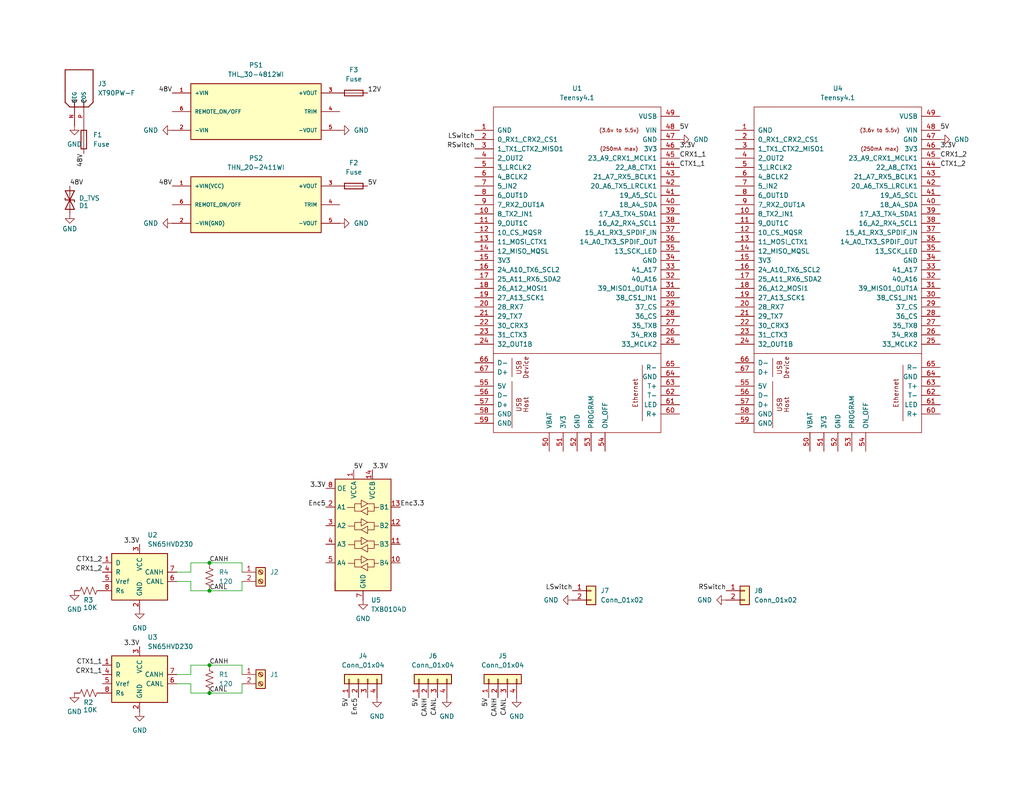
<source format=kicad_sch>
(kicad_sch (version 20250114) (generator "eeschema") (generator_version "9.0")
  (paper "USLetter")
  (title_block (title "AVPCB"))
  (lib_symbols
    (symbol "Connector:Screw_Terminal_01x02" (pin_names (offset 1.016) (hide yes))
      (property "Reference" "J" (at 0 2.54 0))
      (property "Value" "Screw_Terminal_01x02" (at 0 -5.08 0))
      (symbol "Screw_Terminal_01x02_1_1"
        (rectangle (start -1.27 1.27) (end 1.27 -3.81) (stroke (width 0.254)) (fill (type background)))
        (polyline (pts (xy -0.5334 0.3302) (xy 0.3302 -0.508)) (stroke (width 0.1524)))
        (polyline (pts (xy -0.5334 -2.2098) (xy 0.3302 -3.048)) (stroke (width 0.1524)))
        (polyline (pts (xy -0.3556 0.508) (xy 0.508 -0.3302)) (stroke (width 0.1524)))
        (polyline (pts (xy -0.3556 -2.032) (xy 0.508 -2.8702)) (stroke (width 0.1524)))
        (circle (center 0 0) (radius 0.635) (stroke (width 0.1524)))
        (circle (center 0 -2.54) (radius 0.635) (stroke (width 0.1524)))
        (pin passive line (at -5.08 0 0) (length 3.81) (name "Pin_1") (number "1"))
        (pin passive line (at -5.08 -2.54 0) (length 3.81) (name "Pin_2") (number "2"))
      )
    )
    (symbol "Connector_Generic:Conn_01x02" (pin_names (offset 1.016) (hide yes))
      (property "Reference" "J" (at 0 2.54 0))
      (property "Value" "Conn_01x02" (at 0 -5.08 0))
      (symbol "Conn_01x02_1_1"
        (rectangle (start -1.27 1.27) (end 1.27 -3.81) (stroke (width 0.254)) (fill (type background)))
        (rectangle (start -1.27 0.127) (end 0 -0.127) (stroke (width 0.1524)))
        (rectangle (start -1.27 -2.413) (end 0 -2.667) (stroke (width 0.1524)))
        (pin passive line (at -5.08 0 0) (length 3.81) (name "Pin_1") (number "1"))
        (pin passive line (at -5.08 -2.54 0) (length 3.81) (name "Pin_2") (number "2"))
      )
    )
    (symbol "Connector_Generic:Conn_01x04" (pin_names (offset 1.016) (hide yes))
      (property "Reference" "J" (at 0 5.08 0))
      (property "Value" "Conn_01x04" (at 0 -7.62 0))
      (symbol "Conn_01x04_1_1"
        (rectangle (start -1.27 3.81) (end 1.27 -6.35) (stroke (width 0.254)) (fill (type background)))
        (rectangle (start -1.27 2.667) (end 0 2.413) (stroke (width 0.1524)))
        (rectangle (start -1.27 0.127) (end 0 -0.127) (stroke (width 0.1524)))
        (rectangle (start -1.27 -2.413) (end 0 -2.667) (stroke (width 0.1524)))
        (rectangle (start -1.27 -4.953) (end 0 -5.207) (stroke (width 0.1524)))
        (pin passive line (at -5.08 2.54 0) (length 3.81) (name "Pin_1") (number "1"))
        (pin passive line (at -5.08 0 0) (length 3.81) (name "Pin_2") (number "2"))
        (pin passive line (at -5.08 -2.54 0) (length 3.81) (name "Pin_3") (number "3"))
        (pin passive line (at -5.08 -5.08 0) (length 3.81) (name "Pin_4") (number "4"))
      )
    )
    (symbol "Device:D_TVS" (pin_numbers (hide yes)) (pin_names (offset 1.016) (hide yes))
      (property "Reference" "D" (at 0 2.54 0))
      (property "Value" "D_TVS" (at 0 -2.54 0))
      (symbol "D_TVS_0_1"
        (polyline (pts (xy -2.54 1.27) (xy -2.54 -1.27) (xy 2.54 1.27) (xy 2.54 -1.27) (xy -2.54 1.27)) (stroke (width 0.254)))
        (polyline (pts (xy 0.508 1.27) (xy 0 1.27) (xy 0 -1.27) (xy -0.508 -1.27)) (stroke (width 0.254)))
        (polyline (pts (xy 1.27 0) (xy -1.27 0)))
      )
      (symbol "D_TVS_1_1"
        (pin passive line (at -3.81 0 0) (length 2.54) (name "A1") (number "1"))
        (pin passive line (at 3.81 0 180) (length 2.54) (name "A2") (number "2"))
      )
    )
    (symbol "Device:Fuse" (pin_numbers (hide yes)) (pin_names (offset 0))
      (property "Reference" "F" (at 2.032 0 90))
      (property "Value" "Fuse" (at -1.905 0 90))
      (symbol "Fuse_0_1"
        (rectangle (start -0.762 -2.54) (end 0.762 2.54) (stroke (width 0.254)))
        (polyline (pts (xy 0 2.54) (xy 0 -2.54)))
      )
      (symbol "Fuse_1_1"
        (pin passive line (at 0 3.81 270) (length 1.27) (name "~") (number "1"))
        (pin passive line (at 0 -3.81 90) (length 1.27) (name "~") (number "2"))
      )
    )
    (symbol "Device:R_US" (pin_numbers (hide yes)) (pin_names (offset 0))
      (property "Reference" "R" (at 2.54 0 90))
      (property "Value" "R_US" (at -2.54 0 90))
      (symbol "R_US_0_1"
        (polyline (pts (xy 0 2.286) (xy 0 2.54)))
        (polyline (pts (xy 0 2.286) (xy 1.016 1.905) (xy 0 1.524) (xy -1.016 1.143) (xy 0 0.762)))
        (polyline (pts (xy 0 0.762) (xy 1.016 0.381) (xy 0 0) (xy -1.016 -0.381) (xy 0 -0.762)))
        (polyline (pts (xy 0 -0.762) (xy 1.016 -1.143) (xy 0 -1.524) (xy -1.016 -1.905) (xy 0 -2.286)))
        (polyline (pts (xy 0 -2.286) (xy 0 -2.54)))
      )
      (symbol "R_US_1_1"
        (pin passive line (at 0 3.81 270) (length 1.27) (name "~") (number "1"))
        (pin passive line (at 0 -3.81 90) (length 1.27) (name "~") (number "2"))
      )
    )
    (symbol "Interface_CAN_LIN:SN65HVD230" (pin_names (offset 1.016))
      (property "Reference" "U" (at -2.54 10.16 0))
      (property "Value" "SN65HVD230" (at -2.54 7.62 0))
      (symbol "SN65HVD230_0_1"
        (rectangle (start -7.62 5.08) (end 7.62 -7.62) (stroke (width 0.254)) (fill (type background)))
      )
      (symbol "SN65HVD230_1_1"
        (pin input line (at -10.16 2.54 0) (length 2.54) (name "D") (number "1"))
        (pin output line (at -10.16 0 0) (length 2.54) (name "R") (number "4"))
        (pin output line (at -10.16 -2.54 0) (length 2.54) (name "Vref") (number "5"))
        (pin input line (at -10.16 -5.08 0) (length 2.54) (name "Rs") (number "8"))
        (pin power_in line (at 0 7.62 270) (length 2.54) (name "VCC") (number "3"))
        (pin power_in line (at 0 -10.16 90) (length 2.54) (name "GND") (number "2"))
        (pin bidirectional line (at 10.16 0 180) (length 2.54) (name "CANH") (number "7"))
        (pin bidirectional line (at 10.16 -2.54 180) (length 2.54) (name "CANL") (number "6"))
      )
    )
    (symbol "Logic_LevelTranslator:TXB0104D"
      (property "Reference" "U" (at -6.35 16.51 0))
      (property "Value" "TXB0104D" (at 3.81 16.51 0))
      (symbol "TXB0104D_0_1"
        (rectangle (start -7.62 15.24) (end 7.62 -15.24) (stroke (width 0.254)) (fill (type background)))
        (rectangle (start -7.62 -15.24) (end -7.62 -12.7) (stroke (width 0.254)))
        (polyline (pts (xy -2.286 7.493) (xy -2.286 8.509) (xy -0.508 8.509)))
        (polyline (pts (xy -2.286 2.413) (xy -2.286 3.429) (xy -0.508 3.429)))
        (polyline (pts (xy -2.286 -2.667) (xy -2.286 -1.651) (xy -0.508 -1.651)))
        (polyline (pts (xy -2.286 -7.747) (xy -2.286 -6.731) (xy -0.508 -6.731)))
        (polyline (pts (xy -0.508 6.477) (xy -2.286 6.477) (xy -2.286 7.493) (xy -4.318 7.493)))
        (polyline (pts (xy -0.508 6.477) (xy 1.27 7.493) (xy 1.27 5.461) (xy -0.508 6.477)))
        (polyline (pts (xy -0.508 1.397) (xy -2.286 1.397) (xy -2.286 2.413) (xy -4.064 2.413)))
        (polyline (pts (xy -0.508 1.397) (xy 1.27 2.413) (xy 1.27 0.381) (xy -0.508 1.397)))
        (polyline (pts (xy -0.508 -3.683) (xy -2.286 -3.683) (xy -2.286 -2.667) (xy -4.064 -2.667)))
        (polyline (pts (xy -0.508 -3.683) (xy 1.27 -2.667) (xy 1.27 -4.699) (xy -0.508 -3.683)))
        (polyline (pts (xy -0.508 -8.763) (xy -2.286 -8.763) (xy -2.286 -7.747) (xy -4.064 -7.747)))
        (polyline (pts (xy -0.508 -8.763) (xy 1.27 -7.747) (xy 1.27 -9.779) (xy -0.508 -8.763)))
        (polyline (pts (xy 1.27 8.509) (xy -0.508 7.493) (xy -0.508 9.525) (xy 1.27 8.509)))
        (polyline (pts (xy 1.27 8.509) (xy 3.048 8.509) (xy 3.048 7.493) (xy 4.318 7.493)))
        (polyline (pts (xy 1.27 3.429) (xy -0.508 2.413) (xy -0.508 4.445) (xy 1.27 3.429)))
        (polyline (pts (xy 1.27 3.429) (xy 3.048 3.429) (xy 3.048 2.413) (xy 4.318 2.413)))
        (polyline (pts (xy 1.27 -1.651) (xy -0.508 -2.667) (xy -0.508 -0.635) (xy 1.27 -1.651)))
        (polyline (pts (xy 1.27 -1.651) (xy 3.048 -1.651) (xy 3.048 -2.667) (xy 4.318 -2.667)))
        (polyline (pts (xy 1.27 -6.731) (xy -0.508 -7.747) (xy -0.508 -5.715) (xy 1.27 -6.731)))
        (polyline (pts (xy 1.27 -6.731) (xy 3.048 -6.731) (xy 3.048 -7.747) (xy 4.318 -7.747)))
        (polyline (pts (xy 3.048 7.493) (xy 3.048 6.477) (xy 1.27 6.477)))
        (polyline (pts (xy 3.048 2.413) (xy 3.048 1.397) (xy 1.27 1.397)))
        (polyline (pts (xy 3.048 -2.667) (xy 3.048 -3.683) (xy 1.27 -3.683)))
        (polyline (pts (xy 3.048 -7.747) (xy 3.048 -8.763) (xy 1.27 -8.763)))
      )
      (symbol "TXB0104D_1_1"
        (pin input line (at -10.16 12.7 0) (length 2.54) (name "OE") (number "8"))
        (pin bidirectional line (at -10.16 7.62 0) (length 2.54) (name "A1") (number "2"))
        (pin bidirectional line (at -10.16 2.54 0) (length 2.54) (name "A2") (number "3"))
        (pin bidirectional line (at -10.16 -2.54 0) (length 2.54) (name "A3") (number "4"))
        (pin bidirectional line (at -10.16 -7.62 0) (length 2.54) (name "A4") (number "5"))
        (pin no_connect line (at -7.62 -12.7 0) (length 2.54) (hide yes) (name "NC") (number "6"))
        (pin power_in line (at -2.54 17.78 270) (length 2.54) (name "VCCA") (number "1"))
        (pin power_in line (at 0 -17.78 90) (length 2.54) (name "GND") (number "7"))
        (pin power_in line (at 2.54 17.78 270) (length 2.54) (name "VCCB") (number "14"))
        (pin no_connect line (at 7.62 -12.7 180) (length 2.54) (hide yes) (name "NC") (number "9"))
        (pin bidirectional line (at 10.16 7.62 180) (length 2.54) (name "B1") (number "13"))
        (pin bidirectional line (at 10.16 2.54 180) (length 2.54) (name "B2") (number "12"))
        (pin bidirectional line (at 10.16 -2.54 180) (length 2.54) (name "B3") (number "11"))
        (pin bidirectional line (at 10.16 -7.62 180) (length 2.54) (name "B4") (number "10"))
      )
    )
    (symbol "THL_30-4812WI:THL_30-4812WI" (pin_names (offset 1.016))
      (property "Reference" "PS" (at -17.78 8.382 0))
      (property "Value" "THL_30-4812WI" (at -17.78 -10.16 0))
      (symbol "THL_30-4812WI_0_0"
        (rectangle (start -17.78 -7.62) (end 17.78 7.62) (stroke (width 0.254)) (fill (type background)))
        (pin input line (at -22.86 5.08 0) (length 5.08) (name "+VIN") (number "1"))
        (pin input line (at -22.86 0 0) (length 5.08) (name "REMOTE_ON/OFF") (number "6"))
        (pin input line (at -22.86 -5.08 0) (length 5.08) (name "-VIN") (number "2"))
        (pin output line (at 22.86 5.08 180) (length 5.08) (name "+VOUT") (number "3"))
        (pin passive line (at 22.86 0 180) (length 5.08) (name "TRIM") (number "4"))
        (pin output line (at 22.86 -5.08 180) (length 5.08) (name "-VOUT") (number "5"))
      )
    )
    (symbol "THN_20-2411WI:THN_20-2411WI" (pin_names (offset 1.016))
      (property "Reference" "PS" (at -17.78 8.382 0))
      (property "Value" "THN_20-2411WI" (at -17.78 -10.16 0))
      (symbol "THN_20-2411WI_0_0"
        (rectangle (start -17.78 -7.62) (end 17.78 7.62) (stroke (width 0.254)) (fill (type background)))
        (pin input line (at -22.86 5.08 0) (length 5.08) (name "+VIN(VCC)") (number "1"))
        (pin input line (at -22.86 0 0) (length 5.08) (name "REMOTE_ON/OFF") (number "6"))
        (pin input line (at -22.86 -5.08 0) (length 5.08) (name "-VIN(GND)") (number "2"))
        (pin output line (at 22.86 5.08 180) (length 5.08) (name "+VOUT") (number "3"))
        (pin passive line (at 22.86 0 180) (length 5.08) (name "TRIM") (number "4"))
        (pin output line (at 22.86 -5.08 180) (length 5.08) (name "-VOUT") (number "5"))
      )
    )
    (symbol "XT90PW-F:XT90PW-F" (pin_names (offset 1.016))
      (property "Reference" "J" (at -10.16 3.81 0))
      (property "Value" "XT90PW-F" (at -10.16 -7.62 0))
      (symbol "XT90PW-F_0_0"
        (polyline (pts (xy -10.16 2.54) (xy -1.27 2.54)) (stroke (width 0.254)))
        (polyline (pts (xy -10.16 -5.08) (xy -10.16 2.54)) (stroke (width 0.254)))
        (arc (start -1.905 0.635) (mid -1.2727 0) (end -1.905 -0.635) (stroke (width 0.254)))
        (arc (start -1.905 -1.905) (mid -1.2727 -2.54) (end -1.905 -3.175) (stroke (width 0.254)))
        (polyline (pts (xy -1.27 -5.08) (xy -10.16 -5.08)) (stroke (width 0.254)))
        (polyline (pts (xy 0 1.27) (xy -1.27 2.54)) (stroke (width 0.254)))
        (polyline (pts (xy 0 1.27) (xy 0 0)) (stroke (width 0.254)))
        (polyline (pts (xy 0 0) (xy -1.27 0)) (stroke (width 0.254)))
        (polyline (pts (xy 0 0) (xy 0 -3.81)) (stroke (width 0.254)))
        (polyline (pts (xy 0 -2.54) (xy -1.27 -2.54)) (stroke (width 0.254)))
        (polyline (pts (xy 0 -3.81) (xy -1.27 -5.08)) (stroke (width 0.254)))
        (pin passive line (at 5.08 0 180) (length 5.08) (name "POS") (number "P"))
        (pin passive line (at 5.08 -2.54 180) (length 5.08) (name "NEG") (number "N"))
      )
    )
    (symbol "power:GND" (power) (pin_numbers (hide yes)) (pin_names (offset 0) (hide yes))
      (property "Value" "GND" (at 0 -3.81 0))
      (symbol "GND_0_1"
        (polyline (pts (xy 0 0) (xy 0 -1.27) (xy 1.27 -1.27) (xy 0 -2.54) (xy -1.27 -1.27) (xy 0 -1.27)))
      )
      (symbol "GND_1_1"
        (pin power_in line (at 0 0 270) (length 0) (name "~") (number "1"))
      )
    )
    (symbol "teensy:Teensy4.1" (pin_names (offset 1.016))
      (property "Reference" "U" (at 0 64.77 0))
      (property "Value" "Teensy4.1" (at 0 62.23 0))
      (symbol "Teensy4.1_0_0"
        (polyline (pts (xy -22.86 -6.35) (xy 22.86 -6.35)))
        (polyline (pts (xy -17.78 -7.62) (xy -17.78 -12.7)))
        (polyline (pts (xy -17.78 -26.67) (xy -17.78 -13.97)))
        (polyline (pts (xy 17.78 -9.525) (xy 17.78 -24.765)))
        (text "USB" (at -15.875 -10.16 900) (effects (font (size 1.27 1.27))))
        (text "USB" (at -15.875 -20.32 900) (effects (font (size 1.27 1.27))))
        (text "Device" (at -13.97 -10.16 900) (effects (font (size 1.27 1.27))))
        (text "Host" (at -13.97 -20.32 900) (effects (font (size 1.27 1.27))))
        (text "(3.6v to 5.5v)" (at 11.43 54.61 0) (effects (font (size 1.016 1.016))))
        (text "(250mA max)" (at 11.43 49.53 0) (effects (font (size 1.016 1.016))))
        (text "Ethernet" (at 15.875 -17.145 900) (effects (font (size 1.27 1.27))))
        (pin bidirectional line (at -27.94 44.45 0) (length 5.08) (name "3_LRCLK2") (number "5"))
        (pin bidirectional line (at -27.94 41.91 0) (length 5.08) (name "4_BCLK2") (number "6"))
        (pin bidirectional line (at -27.94 39.37 0) (length 5.08) (name "5_IN2") (number "7"))
        (pin bidirectional line (at -27.94 36.83 0) (length 5.08) (name "6_OUT1D") (number "8"))
        (pin bidirectional line (at -27.94 34.29 0) (length 5.08) (name "7_RX2_OUT1A") (number "9"))
        (pin bidirectional line (at -27.94 31.75 0) (length 5.08) (name "8_TX2_IN1") (number "10"))
        (pin bidirectional line (at -27.94 29.21 0) (length 5.08) (name "9_OUT1C") (number "11"))
        (pin bidirectional line (at -27.94 26.67 0) (length 5.08) (name "10_CS_MQSR") (number "12"))
        (pin bidirectional line (at -27.94 24.13 0) (length 5.08) (name "11_MOSI_CTX1") (number "13"))
        (pin bidirectional line (at -27.94 21.59 0) (length 5.08) (name "12_MISO_MQSL") (number "14"))
        (pin power_in line (at -27.94 19.05 0) (length 5.08) (name "3V3") (number "15"))
        (pin bidirectional line (at -27.94 16.51 0) (length 5.08) (name "24_A10_TX6_SCL2") (number "16"))
        (pin bidirectional line (at -27.94 13.97 0) (length 5.08) (name "25_A11_RX6_SDA2") (number "17"))
        (pin bidirectional line (at -27.94 11.43 0) (length 5.08) (name "26_A12_MOSI1") (number "18"))
        (pin bidirectional line (at -27.94 8.89 0) (length 5.08) (name "27_A13_SCK1") (number "19"))
        (pin bidirectional line (at -27.94 6.35 0) (length 5.08) (name "28_RX7") (number "20"))
        (pin bidirectional line (at -27.94 3.81 0) (length 5.08) (name "29_TX7") (number "21"))
        (pin bidirectional line (at -27.94 1.27 0) (length 5.08) (name "30_CRX3") (number "22"))
        (pin bidirectional line (at -27.94 -1.27 0) (length 5.08) (name "31_CTX3") (number "23"))
        (pin bidirectional line (at -27.94 -3.81 0) (length 5.08) (name "32_OUT1B") (number "24"))
        (pin bidirectional line (at -27.94 -8.89 0) (length 5.08) (name "D-") (number "66"))
        (pin bidirectional line (at -27.94 -11.43 0) (length 5.08) (name "D+") (number "67"))
        (pin power_out line (at -27.94 -15.24 0) (length 5.08) (name "5V") (number "55"))
        (pin bidirectional line (at -27.94 -17.78 0) (length 5.08) (name "D-") (number "56"))
        (pin bidirectional line (at -27.94 -20.32 0) (length 5.08) (name "D+") (number "57"))
        (pin power_in line (at -27.94 -22.86 0) (length 5.08) (name "GND") (number "58"))
        (pin power_in line (at -27.94 -25.4 0) (length 5.08) (name "GND") (number "59"))
        (pin power_in line (at -7.62 -33.02 90) (length 5.08) (name "VBAT") (number "50"))
        (pin power_in line (at -3.81 -33.02 90) (length 5.08) (name "3V3") (number "51"))
        (pin input line (at 0 -33.02 90) (length 5.08) (name "GND") (number "52"))
        (pin input line (at 3.81 -33.02 90) (length 5.08) (name "PROGRAM") (number "53"))
        (pin input line (at 7.62 -33.02 90) (length 5.08) (name "ON_OFF") (number "54"))
        (pin power_out line (at 27.94 58.42 180) (length 5.08) (name "VUSB") (number "49"))
        (pin power_in line (at 27.94 54.61 180) (length 5.08) (name "VIN") (number "48"))
        (pin output line (at 27.94 52.07 180) (length 5.08) (name "GND") (number "47"))
        (pin output line (at 27.94 49.53 180) (length 5.08) (name "3V3") (number "46"))
        (pin bidirectional line (at 27.94 46.99 180) (length 5.08) (name "23_A9_CRX1_MCLK1") (number "45"))
        (pin bidirectional line (at 27.94 44.45 180) (length 5.08) (name "22_A8_CTX1") (number "44"))
        (pin bidirectional line (at 27.94 41.91 180) (length 5.08) (name "21_A7_RX5_BCLK1") (number "43"))
        (pin bidirectional line (at 27.94 39.37 180) (length 5.08) (name "20_A6_TX5_LRCLK1") (number "42"))
        (pin bidirectional line (at 27.94 36.83 180) (length 5.08) (name "19_A5_SCL") (number "41"))
        (pin bidirectional line (at 27.94 34.29 180) (length 5.08) (name "18_A4_SDA") (number "40"))
        (pin bidirectional line (at 27.94 31.75 180) (length 5.08) (name "17_A3_TX4_SDA1") (number "39"))
        (pin bidirectional line (at 27.94 29.21 180) (length 5.08) (name "16_A2_RX4_SCL1") (number "38"))
        (pin bidirectional line (at 27.94 26.67 180) (length 5.08) (name "15_A1_RX3_SPDIF_IN") (number "37"))
        (pin bidirectional line (at 27.94 24.13 180) (length 5.08) (name "14_A0_TX3_SPDIF_OUT") (number "36"))
        (pin bidirectional line (at 27.94 21.59 180) (length 5.08) (name "13_SCK_LED") (number "35"))
        (pin bidirectional line (at 27.94 16.51 180) (length 5.08) (name "41_A17") (number "33"))
        (pin bidirectional line (at 27.94 13.97 180) (length 5.08) (name "40_A16") (number "32"))
        (pin bidirectional line (at 27.94 11.43 180) (length 5.08) (name "39_MISO1_OUT1A") (number "31"))
        (pin bidirectional line (at 27.94 8.89 180) (length 5.08) (name "38_CS1_IN1") (number "30"))
        (pin bidirectional line (at 27.94 6.35 180) (length 5.08) (name "37_CS") (number "29"))
        (pin bidirectional line (at 27.94 3.81 180) (length 5.08) (name "36_CS") (number "28"))
        (pin bidirectional line (at 27.94 1.27 180) (length 5.08) (name "35_TX8") (number "27"))
        (pin bidirectional line (at 27.94 -1.27 180) (length 5.08) (name "34_RX8") (number "26"))
        (pin bidirectional line (at 27.94 -3.81 180) (length 5.08) (name "33_MCLK2") (number "25"))
        (pin bidirectional line (at 27.94 -10.16 180) (length 5.08) (name "R-") (number "65"))
        (pin power_in line (at 27.94 -12.7 180) (length 5.08) (name "GND") (number "64"))
        (pin bidirectional line (at 27.94 -15.24 180) (length 5.08) (name "T+") (number "63"))
        (pin bidirectional line (at 27.94 -17.78 180) (length 5.08) (name "T-") (number "62"))
        (pin bidirectional line (at 27.94 -20.32 180) (length 5.08) (name "LED") (number "61"))
        (pin bidirectional line (at 27.94 -22.86 180) (length 5.08) (name "R+") (number "60"))
      )
      (symbol "Teensy4.1_0_1"
        (rectangle (start -22.86 60.96) (end 22.86 -27.94))
        (rectangle (start -20.32 -1.27) (end -20.32 -1.27))
      )
      (symbol "Teensy4.1_1_1"
        (pin power_in line (at -27.94 54.61 0) (length 5.08) (name "GND") (number "1"))
        (pin bidirectional line (at -27.94 52.07 0) (length 5.08) (name "0_RX1_CRX2_CS1") (number "2"))
        (pin bidirectional line (at -27.94 49.53 0) (length 5.08) (name "1_TX1_CTX2_MISO1") (number "3"))
        (pin bidirectional line (at -27.94 46.99 0) (length 5.08) (name "2_OUT2") (number "4"))
        (pin power_in line (at 27.94 19.05 180) (length 5.08) (name "GND") (number "34"))
      )
    )
  )
  (junction (at 57.15 161.29))
  (junction (at 57.15 181.61))
  (junction (at 57.15 153.67))
  (junction (at 57.15 189.23))
  (wire (pts (xy 66.04 153.67) (xy 66.04 156.21)))
  (wire (pts (xy 57.15 161.29) (xy 66.04 161.29)))
  (wire (pts (xy 48.26 184.15) (xy 52.07 184.15)))
  (wire (pts (xy 66.04 189.23) (xy 66.04 186.69)))
  (wire (pts (xy 52.07 158.75) (xy 52.07 161.29)))
  (wire (pts (xy 52.07 184.15) (xy 52.07 181.61)))
  (wire (pts (xy 57.15 189.23) (xy 66.04 189.23)))
  (wire (pts (xy 52.07 181.61) (xy 57.15 181.61)))
  (wire (pts (xy 57.15 181.61) (xy 66.04 181.61)))
  (wire (pts (xy 52.07 161.29) (xy 57.15 161.29)))
  (wire (pts (xy 48.26 186.69) (xy 52.07 186.69)))
  (wire (pts (xy 57.15 153.67) (xy 66.04 153.67)))
  (wire (pts (xy 52.07 186.69) (xy 52.07 189.23)))
  (wire (pts (xy 66.04 161.29) (xy 66.04 158.75)))
  (wire (pts (xy 52.07 156.21) (xy 52.07 153.67)))
  (wire (pts (xy 48.26 158.75) (xy 52.07 158.75)))
  (wire (pts (xy 66.04 181.61) (xy 66.04 184.15)))
  (wire (pts (xy 52.07 153.67) (xy 57.15 153.67)))
  (wire (pts (xy 48.26 156.21) (xy 52.07 156.21)))
  (wire (pts (xy 52.07 189.23) (xy 57.15 189.23)))
  (label "5V" (at 96.52 128.27 0))
  (label "48V" (at 46.99 50.8 180))
  (label "Enc3.3" (at 109.22 138.43 0))
  (label "CANL" (at 138.43 190.5 270))
  (label "48V" (at 22.86 41.91 270))
  (label "48V" (at 19.05 50.8 0))
  (label "Enc5" (at 88.9 138.43 180))
  (label "3.3V" (at 38.1 176.53 180))
  (label "LSwitch" (at 156.21 161.29 180))
  (label "RSwitch" (at 198.12 161.29 180))
  (label "CANH" (at 116.84 190.5 270))
  (label "5V" (at 133.35 190.5 270))
  (label "RSwitch" (at 129.54 40.64 180))
  (label "CTX1_2" (at 256.54 45.72 0))
  (label "LSwitch" (at 129.54 38.1 180))
  (label "CANL" (at 57.15 189.23 0))
  (label "3.3V" (at 256.54 40.64 0))
  (label "CTX1_2" (at 27.94 153.67 180))
  (label "CRX1_2" (at 27.94 156.21 180))
  (label "CRX1_1" (at 27.94 184.15 180))
  (label "Enc5" (at 97.79 190.5 270))
  (label "5V" (at 185.42 35.56 0))
  (label "3.3V" (at 88.9 133.35 180))
  (label "3.3V" (at 185.42 40.64 0))
  (label "48V" (at 46.99 25.4 180))
  (label "CTX1_1" (at 27.94 181.61 180))
  (label "CANL" (at 119.38 190.5 270))
  (label "CANH" (at 135.89 190.5 270))
  (label "3.3V" (at 101.6 128.27 0))
  (label "3.3V" (at 38.1 148.59 180))
  (label "5V" (at 100.33 50.8 0))
  (label "CANH" (at 57.15 153.67 0))
  (label "12V" (at 100.33 25.4 0))
  (label "5V" (at 95.25 190.5 270))
  (label "CRX1_1" (at 185.42 43.18 0))
  (label "CANL" (at 57.15 161.29 0))
  (label "CRX1_2" (at 256.54 43.18 0))
  (label "CANH" (at 57.15 181.61 0))
  (label "5V" (at 114.3 190.5 270))
  (label "5V" (at 256.54 35.56 0))
  (label "CTX1_1" (at 185.42 45.72 0))
  (symbol (lib_id "Device:R_US") (at 57.15 185.42 0) (unit 1)
    (property "Reference" "R1" (at 59.69 184.1499 0) (effects (justify left)))
    (property "Value" "120" (at 59.69 186.6899 0) (effects (justify left)))
    (property "Description" "Resistor, US symbol" (effects (hide yes)))
  )
  (symbol (lib_id "Device:R_US") (at 24.13 161.29 90) (unit 1)
    (property "Reference" "R3" (at 24.13 163.83 90))
    (property "Value" "10K" (at 24.638 165.862 90))
    (property "Description" "Resistor, US symbol" (effects (hide yes)))
  )
  (symbol (lib_id "THN_20-2411WI:THN_20-2411WI") (at 69.85 55.88 0) (unit 1)
    (property "Reference" "PS2" (at 69.85 43.18 0))
    (property "Value" "THN_20-2411WI" (at 69.85 45.72 0))
    (property "Footprint" "THN_20-2411WI:CONV_THN_20-2411WI" (effects (hide yes)))
    (property "MF" "Traco Power" (effects (hide yes)))
    (property "MAXIMUM_PACKAGE_HEIGHT" "10.4mm" (effects (hide yes)))
    (property "Package" "None" (effects (hide yes)))
    (property "Price" "None" (effects (hide yes)))
    (property "Check_prices" "https://www.snapeda.com/parts/THN%2020-2411WI/Traco+Power/view-part/?ref=eda" (effects (hide yes)))
    (property "STANDARD" "Manufacturer Recommendations" (effects (hide yes)))
    (property "PARTREV" "March 16, 2021" (effects (hide yes)))
    (property "SnapEDA_Link" "https://www.snapeda.com/parts/THN%2020-2411WI/Traco+Power/view-part/?ref=snap" (effects (hide yes)))
    (property "MP" "THN 20-2411WI" (effects (hide yes)))
    (property "Purchase-URL" "https://www.snapeda.com/api/url_track_click_mouser/?unipart_id=525066&manufacturer=Traco Power&part_name=THN 20-2411WI&search_term=None" (effects (hide yes)))
    (property "Description_1" "20 Watt DC/DC converter, industrial, 4:1 input, encpasulated, 1.0 x 1.0 metal package" (effects (hide yes)))
    (property "Availability" "In Stock" (effects (hide yes)))
    (property "MANUFACTURER" "Traco Power" (effects (hide yes)))
  )
  (symbol (lib_id "power:GND") (at 99.06 163.83 0) (unit 1)
    (property "Reference" "#PWR010" (effects (hide yes)))
    (property "Value" "GND" (at 99.06 168.91 0))
    (property "Description" "Power symbol creates a global label with name \"GND\" , ground" (effects (hide yes)))
  )
  (symbol (lib_id "power:GND") (at 38.1 194.31 0) (unit 1)
    (property "Reference" "#PWR01" (effects (hide yes)))
    (property "Value" "GND" (at 38.1 199.39 0))
    (property "Description" "Power symbol creates a global label with name \"GND\" , ground" (effects (hide yes)))
  )
  (symbol (lib_id "Connector_Generic:Conn_01x04") (at 135.89 185.42 90) (unit 1)
    (property "Reference" "J5" (at 137.16 179.07 90))
    (property "Value" "Conn_01x04" (at 137.16 181.61 90))
    (property "Description" "Generic connector, single row, 01x04, script generated (kicad-library-utils/schlib/autogen/connector/)" (effects (hide yes)))
  )
  (symbol (lib_id "Logic_LevelTranslator:TXB0104D") (at 99.06 146.05 0) (unit 1)
    (property "Reference" "U5" (at 101.2033 163.83 0) (effects (justify left)))
    (property "Value" "TXB0104D" (at 101.2033 166.37 0) (effects (justify left)))
    (property "Footprint" "Package_SO:SOIC-14_3.9x8.7mm_P1.27mm" (effects (hide yes)))
    (property "Datasheet" "http://www.ti.com/lit/ds/symlink/txb0104.pdf" (effects (hide yes)))
    (property "Description" "4-Bit Bidirectional Voltage-Level Translator, Auto Direction Sensing and ±15-kV ESD Protection, 1.2 - 3.6V APort, 1.65 - 5.5V BPort, SOIC-14" (effects (hide yes)))
  )
  (symbol (lib_id "power:GND") (at 140.97 190.5 0) (unit 1)
    (property "Reference" "#PWR09" (effects (hide yes)))
    (property "Value" "GND" (at 140.97 195.58 0))
    (property "Description" "Power symbol creates a global label with name \"GND\" , ground" (effects (hide yes)))
  )
  (symbol (lib_id "Interface_CAN_LIN:SN65HVD230") (at 38.1 184.15 0) (unit 1)
    (property "Reference" "U3" (at 40.2433 173.99 0) (effects (justify left)))
    (property "Value" "SN65HVD230" (at 40.2433 176.53 0) (effects (justify left)))
    (property "Footprint" "Package_SO:SOIC-8_3.9x4.9mm_P1.27mm" (effects (hide yes)))
    (property "Datasheet" "http://www.ti.com/lit/ds/symlink/sn65hvd230.pdf" (effects (hide yes)))
    (property "Description" "CAN Bus Transceivers, 3.3V, 1Mbps, Low-Power capabilities, SOIC-8" (effects (hide yes)))
  )
  (symbol (lib_id "power:GND") (at 185.42 38.1 90) (unit 1)
    (property "Reference" "#PWR03" (effects (hide yes)))
    (property "Value" "GND" (at 189.23 38.0999 90) (effects (justify right)))
    (property "Description" "Power symbol creates a global label with name \"GND\" , ground" (effects (hide yes)))
  )
  (symbol (lib_id "Connector_Generic:Conn_01x04") (at 116.84 185.42 90) (unit 1)
    (property "Reference" "J6" (at 118.11 179.07 90))
    (property "Value" "Conn_01x04" (at 118.11 181.61 90))
    (property "Description" "Generic connector, single row, 01x04, script generated (kicad-library-utils/schlib/autogen/connector/)" (effects (hide yes)))
  )
  (symbol (lib_id "teensy:Teensy4.1") (at 157.48 90.17 0) (unit 1)
    (property "Reference" "U1" (at 157.48 24.13 0))
    (property "Value" "Teensy4.1" (at 157.48 26.67 0))
  )
  (symbol (lib_id "power:GND") (at 92.71 35.56 90) (unit 1)
    (property "Reference" "#PWR014" (effects (hide yes)))
    (property "Value" "GND" (at 96.52 35.5599 90) (effects (justify right)))
    (property "Description" "Power symbol creates a global label with name \"GND\" , ground" (effects (hide yes)))
  )
  (symbol (lib_id "THL_30-4812WI:THL_30-4812WI") (at 69.85 30.48 0) (unit 1)
    (property "Reference" "PS1" (at 69.85 17.78 0))
    (property "Value" "THL_30-4812WI" (at 69.85 20.32 0))
    (property "Footprint" "THL_30-4812WI:CONV_THL_30-4812WI" (effects (hide yes)))
    (property "MF" "Traco Power" (effects (hide yes)))
    (property "MAXIMUM_PACKAGE_HEIGHT" "10.2mm" (effects (hide yes)))
    (property "Package" "NON STANDARD-6 Traco Power" (effects (hide yes)))
    (property "Price" "None" (effects (hide yes)))
    (property "Check_prices" "https://www.snapeda.com/parts/THL%2030-4812WI/Traco+Power/view-part/?ref=eda" (effects (hide yes)))
    (property "STANDARD" "Manufacturer Recommendations" (effects (hide yes)))
    (property "PARTREV" "October 26, 2022" (effects (hide yes)))
    (property "SnapEDA_Link" "https://www.snapeda.com/parts/THL%2030-4812WI/Traco+Power/view-part/?ref=snap" (effects (hide yes)))
    (property "MP" "THL 30-4812WI" (effects (hide yes)))
    (property "Purchase-URL" "https://www.snapeda.com/api/url_track_click_mouser/?unipart_id=12254899&manufacturer=Traco Power&part_name=THL 30-4812WI&search_term=None" (effects (hide yes)))
    (property "Description_1" "30 Watt DC/DC converter, industrial, 4:1 input, cost efficient design, encapsulated, 1 x 1 metal package" (effects (hide yes)))
    (property "Availability" "In Stock" (effects (hide yes)))
    (property "MANUFACTURER" "Traco Power" (effects (hide yes)))
  )
  (symbol (lib_id "power:GND") (at 102.87 190.5 0) (unit 1)
    (property "Reference" "#PWR011" (effects (hide yes)))
    (property "Value" "GND" (at 102.87 195.58 0))
    (property "Description" "Power symbol creates a global label with name \"GND\" , ground" (effects (hide yes)))
  )
  (symbol (lib_id "Connector_Generic:Conn_01x02") (at 203.2 161.29 0) (unit 1)
    (property "Reference" "J8" (at 205.74 161.2899 0) (effects (justify left)))
    (property "Value" "Conn_01x02" (at 205.74 163.8299 0) (effects (justify left)))
    (property "Description" "Generic connector, single row, 01x02, script generated (kicad-library-utils/schlib/autogen/connector/)" (effects (hide yes)))
  )
  (symbol (lib_id "power:GND") (at 20.32 34.29 0) (unit 1)
    (property "Reference" "#PWR07" (effects (hide yes)))
    (property "Value" "GND" (at 20.32 39.37 0))
    (property "Description" "Power symbol creates a global label with name \"GND\" , ground" (effects (hide yes)))
  )
  (symbol (lib_id "Connector_Generic:Conn_01x04") (at 97.79 185.42 90) (unit 1)
    (property "Reference" "J4" (at 99.06 179.07 90))
    (property "Value" "Conn_01x04" (at 99.06 181.61 90))
    (property "Description" "Generic connector, single row, 01x04, script generated (kicad-library-utils/schlib/autogen/connector/)" (effects (hide yes)))
  )
  (symbol (lib_id "Connector_Generic:Conn_01x02") (at 161.29 161.29 0) (unit 1)
    (property "Reference" "J7" (at 163.83 161.2899 0) (effects (justify left)))
    (property "Value" "Conn_01x02" (at 163.83 163.8299 0) (effects (justify left)))
    (property "Description" "Generic connector, single row, 01x02, script generated (kicad-library-utils/schlib/autogen/connector/)" (effects (hide yes)))
  )
  (symbol (lib_id "Device:D_TVS") (at 19.05 54.61 270) (unit 1)
    (property "Reference" "D1" (at 22.86 56.134 90))
    (property "Value" "D_TVS" (at 24.384 54.102 90))
    (property "Description" "Bidirectional transient-voltage-suppression diode" (effects (hide yes)))
  )
  (symbol (lib_id "Interface_CAN_LIN:SN65HVD230") (at 38.1 156.21 0) (unit 1)
    (property "Reference" "U2" (at 40.2433 146.05 0) (effects (justify left)))
    (property "Value" "SN65HVD230" (at 40.2433 148.59 0) (effects (justify left)))
    (property "Footprint" "Package_SO:SOIC-8_3.9x4.9mm_P1.27mm" (effects (hide yes)))
    (property "Datasheet" "http://www.ti.com/lit/ds/symlink/sn65hvd230.pdf" (effects (hide yes)))
    (property "Description" "CAN Bus Transceivers, 3.3V, 1Mbps, Low-Power capabilities, SOIC-8" (effects (hide yes)))
  )
  (symbol (lib_id "Device:Fuse") (at 22.86 38.1 0) (unit 1)
    (property "Reference" "F1" (at 25.4 36.8299 0) (effects (justify left)))
    (property "Value" "Fuse" (at 25.4 39.3699 0) (effects (justify left)))
    (property "Description" "Fuse" (effects (hide yes)))
  )
  (symbol (lib_id "power:GND") (at 20.32 189.23 0) (unit 1)
    (property "Reference" "#PWR02" (effects (hide yes)))
    (property "Value" "GND" (at 20.32 194.31 0))
    (property "Description" "Power symbol creates a global label with name \"GND\" , ground" (effects (hide yes)))
  )
  (symbol (lib_id "Device:Fuse") (at 96.52 50.8 90) (unit 1)
    (property "Reference" "F2" (at 96.52 44.45 90))
    (property "Value" "Fuse" (at 96.52 46.99 90))
    (property "Description" "Fuse" (effects (hide yes)))
  )
  (symbol (lib_id "Device:R_US") (at 24.13 189.23 90) (unit 1)
    (property "Reference" "R2" (at 24.13 191.77 90))
    (property "Value" "10K" (at 24.638 193.802 90))
    (property "Description" "Resistor, US symbol" (effects (hide yes)))
  )
  (symbol (lib_id "Device:R_US") (at 57.15 157.48 0) (unit 1)
    (property "Reference" "R4" (at 59.69 156.2099 0) (effects (justify left)))
    (property "Value" "120" (at 59.69 158.7499 0) (effects (justify left)))
    (property "Description" "Resistor, US symbol" (effects (hide yes)))
  )
  (symbol (lib_id "power:GND") (at 46.99 60.96 270) (unit 1)
    (property "Reference" "#PWR013" (effects (hide yes)))
    (property "Value" "GND" (at 43.18 60.9599 90) (effects (justify right)))
    (property "Description" "Power symbol creates a global label with name \"GND\" , ground" (effects (hide yes)))
  )
  (symbol (lib_id "power:GND") (at 156.21 163.83 270) (unit 1)
    (property "Reference" "#PWR016" (effects (hide yes)))
    (property "Value" "GND" (at 152.4 163.8299 90) (effects (justify right)))
    (property "Description" "Power symbol creates a global label with name \"GND\" , ground" (effects (hide yes)))
  )
  (symbol (lib_id "XT90PW-F:XT90PW-F") (at 22.86 29.21 270) (unit 1)
    (property "Reference" "J3" (at 26.67 22.8599 90) (effects (justify left)))
    (property "Value" "XT90PW-F" (at 26.67 25.3999 90) (effects (justify left)))
    (property "Footprint" "XT90PW-F:AMASS_XT90PW-F" (effects (hide yes)))
    (property "MF" "AMASS" (effects (hide yes)))
    (property "MAXIMUM_PACKAGE_HEIGHT" "10.3 mm" (effects (hide yes)))
    (property "Package" "Package" (effects (hide yes)))
    (property "Price" "None" (effects (hide yes)))
    (property "Check_prices" "https://www.snapeda.com/parts/XT90PW-F/AMASS/view-part/?ref=eda" (effects (hide yes)))
    (property "STANDARD" "Manufacturer Recommendations" (effects (hide yes)))
    (property "PARTREV" "V00" (effects (hide yes)))
    (property "SnapEDA_Link" "https://www.snapeda.com/parts/XT90PW-F/AMASS/view-part/?ref=snap" (effects (hide yes)))
    (property "MP" "XT90PW-F" (effects (hide yes)))
    (property "Description_1" "Socket, DC supply, XT90, female, PIN:2, on PCBs, THT" (effects (hide yes)))
    (property "Availability" "In Stock" (effects (hide yes)))
    (property "MANUFACTURER" "AMASS" (effects (hide yes)))
  )
  (symbol (lib_id "power:GND") (at 121.92 190.5 0) (unit 1)
    (property "Reference" "#PWR08" (effects (hide yes)))
    (property "Value" "GND" (at 121.92 195.58 0))
    (property "Description" "Power symbol creates a global label with name \"GND\" , ground" (effects (hide yes)))
  )
  (symbol (lib_id "power:GND") (at 198.12 163.83 270) (unit 1)
    (property "Reference" "#PWR017" (effects (hide yes)))
    (property "Value" "GND" (at 194.31 163.8299 90) (effects (justify right)))
    (property "Description" "Power symbol creates a global label with name \"GND\" , ground" (effects (hide yes)))
  )
  (symbol (lib_id "power:GND") (at 256.54 38.1 90) (unit 1)
    (property "Reference" "#PWR06" (effects (hide yes)))
    (property "Value" "GND" (at 260.35 38.0999 90) (effects (justify right)))
    (property "Description" "Power symbol creates a global label with name \"GND\" , ground" (effects (hide yes)))
  )
  (symbol (lib_id "Device:Fuse") (at 96.52 25.4 90) (unit 1)
    (property "Reference" "F3" (at 96.52 19.05 90))
    (property "Value" "Fuse" (at 96.52 21.59 90))
    (property "Description" "Fuse" (effects (hide yes)))
  )
  (symbol (lib_id "Connector:Screw_Terminal_01x02") (at 71.12 156.21 0) (unit 1)
    (property "Reference" "J2" (at 73.66 156.2099 0) (effects (justify left)))
    (property "Value" "Screw_Terminal_01x02" (effects (hide yes)))
    (property "Description" "Generic screw terminal, single row, 01x02, script generated (kicad-library-utils/schlib/autogen/connector/)" (effects (hide yes)))
  )
  (symbol (lib_id "power:GND") (at 20.32 161.29 0) (unit 1)
    (property "Reference" "#PWR04" (effects (hide yes)))
    (property "Value" "GND" (at 20.32 166.37 0))
    (property "Description" "Power symbol creates a global label with name \"GND\" , ground" (effects (hide yes)))
  )
  (symbol (lib_id "power:GND") (at 38.1 166.37 0) (unit 1)
    (property "Reference" "#PWR05" (effects (hide yes)))
    (property "Value" "GND" (at 38.1 171.45 0))
    (property "Description" "Power symbol creates a global label with name \"GND\" , ground" (effects (hide yes)))
  )
  (symbol (lib_id "power:GND") (at 19.05 58.42 0) (unit 1)
    (property "Reference" "#PWR018" (effects (hide yes)))
    (property "Value" "GND" (at 21.082 62.484 0) (effects (justify right)))
    (property "Description" "Power symbol creates a global label with name \"GND\" , ground" (effects (hide yes)))
  )
  (symbol (lib_id "power:GND") (at 46.99 35.56 270) (unit 1)
    (property "Reference" "#PWR012" (effects (hide yes)))
    (property "Value" "GND" (at 43.18 35.5599 90) (effects (justify right)))
    (property "Description" "Power symbol creates a global label with name \"GND\" , ground" (effects (hide yes)))
  )
  (symbol (lib_id "power:GND") (at 92.71 60.96 90) (unit 1)
    (property "Reference" "#PWR015" (effects (hide yes)))
    (property "Value" "GND" (at 96.52 60.9599 90) (effects (justify right)))
    (property "Description" "Power symbol creates a global label with name \"GND\" , ground" (effects (hide yes)))
  )
  (symbol (lib_id "Connector:Screw_Terminal_01x02") (at 71.12 184.15 0) (unit 1)
    (property "Reference" "J1" (at 73.66 184.1499 0) (effects (justify left)))
    (property "Value" "Screw_Terminal_01x02" (effects (hide yes)))
    (property "Description" "Generic screw terminal, single row, 01x02, script generated (kicad-library-utils/schlib/autogen/connector/)" (effects (hide yes)))
  )
  (symbol (lib_id "teensy:Teensy4.1") (at 228.6 90.17 0) (unit 1)
    (property "Reference" "U4" (at 228.6 24.13 0))
    (property "Value" "Teensy4.1" (at 228.6 26.67 0))
  )
)
</source>
